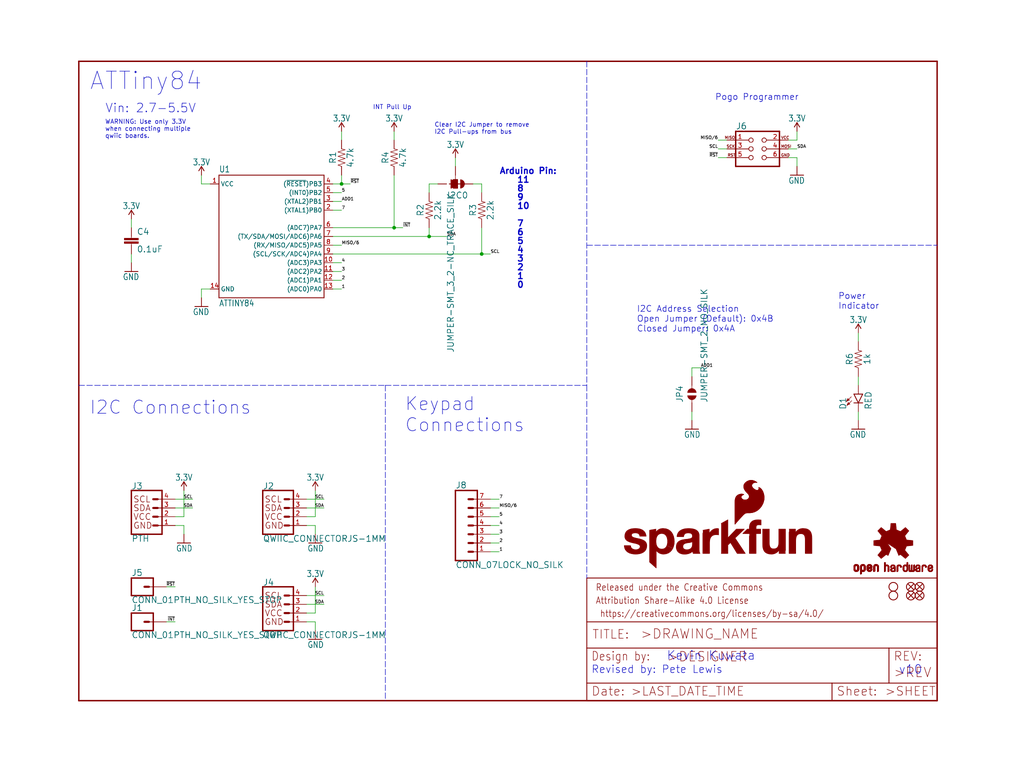
<source format=kicad_sch>
(kicad_sch (version 20211123) (generator eeschema)
  (paper "User" 297.002 223.926)
  (lib_symbols
    (symbol "eagleSchem-eagle-import:0.1UF-0603-25V-(+80{slash}-20%)"
      (property "Reference" "C" (at 1.524 2.921 0))
      (property "Value" "0.1UF-0603-25V-(+80{slash}-20%)" (at 1.524 -2.159 0))
      (symbol "0.1UF-0603-25V-(+80{slash}-20%)_1_0"
        (pin passive line (at 0 5.08 270) (length 2.54) (name "1") (number "1"))
        (pin passive line (at 0 -2.54 90) (length 2.54) (name "2") (number "2"))
      )
    )
    (symbol "eagleSchem-eagle-import:1KOHM-0603-1{slash}10W-1%"
      (property "Reference" "R" (at 0 1.524 0))
      (property "Value" "1KOHM-0603-1{slash}10W-1%" (at 0 -1.524 0))
      (symbol "1KOHM-0603-1{slash}10W-1%_1_0"
        (pin passive line (at -5.08 0 0) (length 2.54) (name "1") (number "1"))
        (pin passive line (at 5.08 0 180) (length 2.54) (name "2") (number "2"))
      )
    )
    (symbol "eagleSchem-eagle-import:2.2KOHM-0603-1{slash}10W-1%"
      (property "Reference" "R" (at 0 1.524 0))
      (property "Value" "2.2KOHM-0603-1{slash}10W-1%" (at 0 -1.524 0))
      (symbol "2.2KOHM-0603-1{slash}10W-1%_1_0"
        (pin passive line (at -5.08 0 0) (length 2.54) (name "1") (number "1"))
        (pin passive line (at 5.08 0 180) (length 2.54) (name "2") (number "2"))
      )
    )
    (symbol "eagleSchem-eagle-import:3.3V" (power)
      (property "Value" "3.3V" (at 0 2.794 0))
      (symbol "3.3V_1_0"
        (pin power_in line (at 0 0 90) (length 2.54) (name "3.3V") (number "1"))
      )
    )
    (symbol "eagleSchem-eagle-import:4.7KOHM-0603-1{slash}10W-1%"
      (property "Reference" "R" (at 0 1.524 0))
      (property "Value" "4.7KOHM-0603-1{slash}10W-1%" (at 0 -1.524 0))
      (symbol "4.7KOHM-0603-1{slash}10W-1%_1_0"
        (pin passive line (at -5.08 0 0) (length 2.54) (name "1") (number "1"))
        (pin passive line (at 5.08 0 180) (length 2.54) (name "2") (number "2"))
      )
    )
    (symbol "eagleSchem-eagle-import:ATTINY84"
      (property "Reference" "U" (at -15.24 18.542 0))
      (property "Value" "ATTINY84" (at -15.24 -20.32 0))
      (symbol "ATTINY84_1_0"
        (pin bidirectional line (at -17.78 15.24 0) (length 2.54) (name "VCC") (number "1"))
        (pin bidirectional line (at 17.78 -7.62 180) (length 2.54) (name "(ADC3)PA3") (number "10"))
        (pin bidirectional line (at 17.78 -10.16 180) (length 2.54) (name "(ADC2)PA2") (number "11"))
        (pin bidirectional line (at 17.78 -12.7 180) (length 2.54) (name "(ADC1)PA1") (number "12"))
        (pin bidirectional line (at 17.78 -15.24 180) (length 2.54) (name "(ADC0)PA0") (number "13"))
        (pin bidirectional line (at -17.78 -15.24 0) (length 2.54) (name "GND") (number "14"))
        (pin bidirectional line (at 17.78 7.62 180) (length 2.54) (name "(XTAL1)PB0") (number "2"))
        (pin bidirectional line (at 17.78 10.16 180) (length 2.54) (name "(XTAL2)PB1") (number "3"))
        (pin bidirectional line (at 17.78 15.24 180) (length 2.54) (name "(~{RESET})PB3") (number "4"))
        (pin bidirectional line (at 17.78 12.7 180) (length 2.54) (name "(INT0)PB2") (number "5"))
        (pin bidirectional line (at 17.78 2.54 180) (length 2.54) (name "(ADC7)PA7") (number "6"))
        (pin bidirectional line (at 17.78 0 180) (length 2.54) (name "(TX/SDA/MOSI/ADC6)PA6") (number "7"))
        (pin bidirectional line (at 17.78 -2.54 180) (length 2.54) (name "(RX/MISO/ADC5)PA5") (number "8"))
        (pin bidirectional line (at 17.78 -5.08 180) (length 2.54) (name "(SCL/SCK/ADC4)PA4") (number "9"))
      )
    )
    (symbol "eagleSchem-eagle-import:AVR_SPI_PROG_3X2TESTPOINTS"
      (property "Reference" "J" (at -5.08 5.588 0))
      (property "Value" "AVR_SPI_PROG_3X2TESTPOINTS" (at -5.08 -7.366 0))
      (symbol "AVR_SPI_PROG_3X2TESTPOINTS_1_0"
        (text "GND" (at 8.001 -2.286 0) (effects (font (size 0.8128 0.8128)) (justify left bottom)))
        (text "MISO" (at -5.207 2.794 0) (effects (font (size 0.8128 0.8128)) (justify right bottom)))
        (text "MOSI" (at 8.001 0.254 0) (effects (font (size 0.8128 0.8128)) (justify left bottom)))
        (text "RST" (at -5.08 -2.286 0) (effects (font (size 0.8128 0.8128)) (justify right bottom)))
        (text "SCK" (at -5.207 0.254 0) (effects (font (size 0.8128 0.8128)) (justify right bottom)))
        (text "VCC" (at 8.001 2.794 0) (effects (font (size 0.8128 0.8128)) (justify left bottom)))
        (pin passive inverted (at -7.62 2.54 0) (length 7.62) (name "1") (number "1"))
        (pin passive inverted (at 10.16 2.54 180) (length 7.62) (name "2") (number "2"))
        (pin passive inverted (at -7.62 0 0) (length 7.62) (name "3") (number "3"))
        (pin passive inverted (at 10.16 0 180) (length 7.62) (name "4") (number "4"))
        (pin passive inverted (at -7.62 -2.54 0) (length 7.62) (name "5") (number "5"))
        (pin passive inverted (at 10.16 -2.54 180) (length 7.62) (name "6") (number "6"))
      )
    )
    (symbol "eagleSchem-eagle-import:CONN_01PTH_NO_SILK_YES_STOP"
      (property "Reference" "J" (at -2.54 3.048 0))
      (property "Value" "CONN_01PTH_NO_SILK_YES_STOP" (at -2.54 -4.826 0))
      (symbol "CONN_01PTH_NO_SILK_YES_STOP_1_0"
        (pin passive line (at 7.62 0 180) (length 5.08) (name "1") (number "1"))
      )
    )
    (symbol "eagleSchem-eagle-import:CONN_07LOCK_NO_SILK"
      (property "Reference" "J" (at -5.08 13.208 0))
      (property "Value" "CONN_07LOCK_NO_SILK" (at -5.08 -9.906 0))
      (symbol "CONN_07LOCK_NO_SILK_1_0"
        (pin passive line (at 5.08 -5.08 180) (length 5.08) (name "1") (number "1"))
        (pin passive line (at 5.08 -2.54 180) (length 5.08) (name "2") (number "2"))
        (pin passive line (at 5.08 0 180) (length 5.08) (name "3") (number "3"))
        (pin passive line (at 5.08 2.54 180) (length 5.08) (name "4") (number "4"))
        (pin passive line (at 5.08 5.08 180) (length 5.08) (name "5") (number "5"))
        (pin passive line (at 5.08 7.62 180) (length 5.08) (name "6") (number "6"))
        (pin passive line (at 5.08 10.16 180) (length 5.08) (name "7") (number "7"))
      )
    )
    (symbol "eagleSchem-eagle-import:FIDUCIALUFIDUCIAL")
    (symbol "eagleSchem-eagle-import:FRAME-LETTER"
      (symbol "FRAME-LETTER_2_0"
        (text " https://creativecommons.org/licenses/by-sa/4.0/" (at 2.54 24.13 0) (effects (font (size 1.9304 1.6408)) (justify left bottom)))
        (text ">DESIGNER" (at 23.114 11.176 0) (effects (font (size 2.7432 2.7432)) (justify left bottom)))
        (text ">DRAWING_NAME" (at 15.494 17.78 0) (effects (font (size 2.7432 2.7432)) (justify left bottom)))
        (text ">LAST_DATE_TIME" (at 12.7 1.27 0) (effects (font (size 2.54 2.54)) (justify left bottom)))
        (text ">REV" (at 88.9 6.604 0) (effects (font (size 2.7432 2.7432)) (justify left bottom)))
        (text ">SHEET" (at 86.36 1.27 0) (effects (font (size 2.54 2.54)) (justify left bottom)))
        (text "Attribution Share-Alike 4.0 License" (at 2.54 27.94 0) (effects (font (size 1.9304 1.6408)) (justify left bottom)))
        (text "Date:" (at 1.27 1.27 0) (effects (font (size 2.54 2.54)) (justify left bottom)))
        (text "Design by:" (at 1.27 11.43 0) (effects (font (size 2.54 2.159)) (justify left bottom)))
        (text "Released under the Creative Commons" (at 2.54 31.75 0) (effects (font (size 1.9304 1.6408)) (justify left bottom)))
        (text "REV:" (at 88.9 11.43 0) (effects (font (size 2.54 2.54)) (justify left bottom)))
        (text "Sheet:" (at 72.39 1.27 0) (effects (font (size 2.54 2.54)) (justify left bottom)))
        (text "TITLE:" (at 1.524 17.78 0) (effects (font (size 2.54 2.54)) (justify left bottom)))
      )
    )
    (symbol "eagleSchem-eagle-import:GND" (power)
      (property "Value" "GND" (at -2.54 -2.54 0))
      (symbol "GND_1_0"
        (pin power_in line (at 0 2.54 270) (length 2.54) (name "GND") (number "1"))
      )
    )
    (symbol "eagleSchem-eagle-import:I2C_STANDARD_NO_SILK"
      (property "Reference" "J" (at -5.08 7.874 0))
      (property "Value" "I2C_STANDARD_NO_SILK" (at -5.08 -5.334 0))
      (symbol "I2C_STANDARD_NO_SILK_1_0"
        (text "GND" (at -4.572 -2.54 0) (effects (font (size 1.778 1.778)) (justify left)))
        (text "SCL" (at -4.572 5.08 0) (effects (font (size 1.778 1.778)) (justify left)))
        (text "SDA" (at -4.572 2.54 0) (effects (font (size 1.778 1.778)) (justify left)))
        (text "VCC" (at -4.572 0 0) (effects (font (size 1.778 1.778)) (justify left)))
        (pin power_in line (at 7.62 -2.54 180) (length 5.08) (name "1") (number "1"))
        (pin power_in line (at 7.62 0 180) (length 5.08) (name "2") (number "2"))
        (pin passive line (at 7.62 2.54 180) (length 5.08) (name "3") (number "3"))
        (pin passive line (at 7.62 5.08 180) (length 5.08) (name "4") (number "4"))
      )
    )
    (symbol "eagleSchem-eagle-import:JUMPER-SMT_2_NO_SILK"
      (property "Reference" "JP" (at -2.54 2.54 0))
      (property "Value" "JUMPER-SMT_2_NO_SILK" (at -2.54 -2.54 0))
      (symbol "JUMPER-SMT_2_NO_SILK_1_0"
        (pin passive line (at -5.08 0 0) (length 2.54) (name "1") (number "1"))
        (pin passive line (at 5.08 0 180) (length 2.54) (name "2") (number "2"))
      )
    )
    (symbol "eagleSchem-eagle-import:JUMPER-SMT_3_2-NC_TRACE_SILK"
      (property "Reference" "JP" (at 2.54 0.381 0))
      (property "Value" "JUMPER-SMT_3_2-NC_TRACE_SILK" (at 2.54 -0.381 0))
      (symbol "JUMPER-SMT_3_2-NC_TRACE_SILK_1_0"
        (pin passive line (at 0 5.08 270) (length 2.54) (name "1") (number "1"))
        (pin passive line (at -5.08 0 0) (length 2.54) (name "2") (number "2"))
        (pin passive line (at 0 -5.08 90) (length 2.54) (name "3") (number "3"))
      )
    )
    (symbol "eagleSchem-eagle-import:LED-RED0603"
      (property "Reference" "D" (at -3.429 -4.572 90))
      (property "Value" "LED-RED0603" (at 1.905 -4.572 90))
      (symbol "LED-RED0603_1_0"
        (pin passive line (at 0 2.54 270) (length 2.54) (name "A") (number "A"))
        (pin passive line (at 0 -5.08 90) (length 2.54) (name "C") (number "C"))
      )
    )
    (symbol "eagleSchem-eagle-import:OSHW-LOGOMINI")
    (symbol "eagleSchem-eagle-import:QWIIC_CONNECTORJS-1MM"
      (property "Reference" "J" (at -5.08 7.874 0))
      (property "Value" "QWIIC_CONNECTORJS-1MM" (at -5.08 -5.334 0))
      (symbol "QWIIC_CONNECTORJS-1MM_1_0"
        (text "GND" (at -4.572 -2.54 0) (effects (font (size 1.778 1.778)) (justify left)))
        (text "SCL" (at -4.572 5.08 0) (effects (font (size 1.778 1.778)) (justify left)))
        (text "SDA" (at -4.572 2.54 0) (effects (font (size 1.778 1.778)) (justify left)))
        (text "VCC" (at -4.572 0 0) (effects (font (size 1.778 1.778)) (justify left)))
        (pin power_in line (at 7.62 -2.54 180) (length 5.08) (name "1") (number "1"))
        (pin power_in line (at 7.62 0 180) (length 5.08) (name "2") (number "2"))
        (pin passive line (at 7.62 2.54 180) (length 5.08) (name "3") (number "3"))
        (pin passive line (at 7.62 5.08 180) (length 5.08) (name "4") (number "4"))
      )
    )
    (symbol "eagleSchem-eagle-import:SFE_LOGO_FLAME.2_INCH")
    (symbol "eagleSchem-eagle-import:SFE_LOGO_NAME_FLAME.1_INCH")
    (symbol "eagleSchem-eagle-import:STAND-OFF")
  )
  (junction (at 114.3 66.04))
  (junction (at 124.46 68.58))
  (junction (at 99.06 53.34))
  (junction (at 139.7 73.66))
  (wire (pts (xy 96.52 83.82) (xy 99.06 83.82)))
  (wire (pts (xy 88.9 180.34) (xy 91.44 180.34)))
  (polyline (pts (xy 170.18 111.76) (xy 170.18 167.64)))
  (wire (pts (xy 200.66 106.68) (xy 203.2 106.68)))
  (polyline (pts (xy 170.18 71.12) (xy 271.78 71.12)))
  (wire (pts (xy 142.24 144.78) (xy 144.78 144.78)))
  (wire (pts (xy 228.6 40.64) (xy 231.14 40.64)))
  (wire (pts (xy 88.9 175.26) (xy 93.98 175.26)))
  (wire (pts (xy 200.66 109.22) (xy 200.66 106.68)))
  (wire (pts (xy 137.16 53.34) (xy 139.7 53.34)))
  (wire (pts (xy 139.7 53.34) (xy 139.7 55.88)))
  (wire (pts (xy 38.1 73.66) (xy 38.1 76.2)))
  (wire (pts (xy 139.7 73.66) (xy 142.24 73.66)))
  (wire (pts (xy 114.3 50.8) (xy 114.3 66.04)))
  (wire (pts (xy 96.52 55.88) (xy 99.06 55.88)))
  (wire (pts (xy 96.52 68.58) (xy 124.46 68.58)))
  (wire (pts (xy 142.24 157.48) (xy 144.78 157.48)))
  (wire (pts (xy 50.8 152.4) (xy 53.34 152.4)))
  (wire (pts (xy 228.6 43.18) (xy 231.14 43.18)))
  (wire (pts (xy 50.8 144.78) (xy 55.88 144.78)))
  (wire (pts (xy 53.34 152.4) (xy 53.34 154.94)))
  (wire (pts (xy 60.96 83.82) (xy 58.42 83.82)))
  (polyline (pts (xy 111.76 111.76) (xy 111.76 203.2)))
  (wire (pts (xy 88.9 172.72) (xy 93.98 172.72)))
  (wire (pts (xy 210.82 45.72) (xy 208.28 45.72)))
  (wire (pts (xy 99.06 40.64) (xy 99.06 38.1)))
  (wire (pts (xy 124.46 66.04) (xy 124.46 68.58)))
  (wire (pts (xy 88.9 152.4) (xy 91.44 152.4)))
  (wire (pts (xy 124.46 53.34) (xy 124.46 55.88)))
  (wire (pts (xy 96.52 76.2) (xy 99.06 76.2)))
  (wire (pts (xy 99.06 53.34) (xy 99.06 50.8)))
  (wire (pts (xy 200.66 119.38) (xy 200.66 121.92)))
  (wire (pts (xy 248.92 109.22) (xy 248.92 111.76)))
  (polyline (pts (xy 22.86 111.76) (xy 111.76 111.76)))
  (wire (pts (xy 91.44 180.34) (xy 91.44 182.88)))
  (polyline (pts (xy 170.18 17.78) (xy 170.18 111.76)))
  (wire (pts (xy 91.44 177.8) (xy 91.44 170.18)))
  (wire (pts (xy 231.14 38.1) (xy 231.14 40.64)))
  (wire (pts (xy 91.44 152.4) (xy 91.44 154.94)))
  (wire (pts (xy 88.9 177.8) (xy 91.44 177.8)))
  (wire (pts (xy 58.42 53.34) (xy 58.42 50.8)))
  (wire (pts (xy 48.26 180.34) (xy 50.8 180.34)))
  (wire (pts (xy 142.24 160.02) (xy 144.78 160.02)))
  (wire (pts (xy 248.92 119.38) (xy 248.92 121.92)))
  (wire (pts (xy 58.42 83.82) (xy 58.42 86.36)))
  (wire (pts (xy 88.9 144.78) (xy 93.98 144.78)))
  (wire (pts (xy 142.24 152.4) (xy 144.78 152.4)))
  (wire (pts (xy 114.3 66.04) (xy 116.84 66.04)))
  (wire (pts (xy 50.8 147.32) (xy 55.88 147.32)))
  (wire (pts (xy 96.52 73.66) (xy 139.7 73.66)))
  (wire (pts (xy 99.06 81.28) (xy 96.52 81.28)))
  (wire (pts (xy 142.24 154.94) (xy 144.78 154.94)))
  (wire (pts (xy 96.52 58.42) (xy 99.06 58.42)))
  (wire (pts (xy 139.7 66.04) (xy 139.7 73.66)))
  (wire (pts (xy 48.26 170.18) (xy 50.8 170.18)))
  (wire (pts (xy 96.52 53.34) (xy 99.06 53.34)))
  (wire (pts (xy 88.9 147.32) (xy 93.98 147.32)))
  (wire (pts (xy 124.46 68.58) (xy 129.54 68.58)))
  (wire (pts (xy 60.96 53.34) (xy 58.42 53.34)))
  (wire (pts (xy 96.52 71.12) (xy 99.06 71.12)))
  (wire (pts (xy 88.9 149.86) (xy 91.44 149.86)))
  (wire (pts (xy 142.24 147.32) (xy 144.78 147.32)))
  (wire (pts (xy 50.8 149.86) (xy 53.34 149.86)))
  (wire (pts (xy 210.82 40.64) (xy 208.28 40.64)))
  (wire (pts (xy 248.92 96.52) (xy 248.92 99.06)))
  (wire (pts (xy 38.1 66.04) (xy 38.1 63.5)))
  (wire (pts (xy 142.24 149.86) (xy 144.78 149.86)))
  (wire (pts (xy 91.44 149.86) (xy 91.44 142.24)))
  (wire (pts (xy 210.82 43.18) (xy 208.28 43.18)))
  (wire (pts (xy 132.08 48.26) (xy 132.08 45.72)))
  (wire (pts (xy 127 53.34) (xy 124.46 53.34)))
  (wire (pts (xy 228.6 45.72) (xy 231.14 45.72)))
  (wire (pts (xy 96.52 60.96) (xy 99.06 60.96)))
  (wire (pts (xy 96.52 78.74) (xy 99.06 78.74)))
  (wire (pts (xy 96.52 66.04) (xy 114.3 66.04)))
  (wire (pts (xy 99.06 53.34) (xy 101.6 53.34)))
  (wire (pts (xy 231.14 45.72) (xy 231.14 48.26)))
  (polyline (pts (xy 111.76 111.76) (xy 170.18 111.76)))
  (wire (pts (xy 114.3 38.1) (xy 114.3 40.64)))
  (wire (pts (xy 53.34 149.86) (xy 53.34 142.24)))
  (text "10" (at 149.86 60.96 180) (effects (font (size 1.778 1.778) (thickness 0.3556) bold) (justify left bottom)))
  (text "5" (at 149.86 71.12 180) (effects (font (size 1.778 1.778) (thickness 0.3556) bold) (justify left bottom)))
  (text "0" (at 149.86 83.82 180) (effects (font (size 1.778 1.778) (thickness 0.3556) bold) (justify left bottom)))
  (text "6" (at 149.86 68.58 180) (effects (font (size 1.778 1.778) (thickness 0.3556) bold) (justify left bottom)))
  (text "Vin: 2.7-5.5V" (at 30.48 33.02 180) (effects (font (size 2.54 2.54)) (justify left bottom)))
  (text "ATTiny84" (at 25.908 26.5938 180) (effects (font (size 5.08 5.08)) (justify left bottom)))
  (text "9" (at 149.86 58.42 180) (effects (font (size 1.778 1.778) (thickness 0.3556) bold) (justify left bottom)))
  (text "Revised by: Pete Lewis" (at 171.45 195.58 180) (effects (font (size 2.1844 2.1844)) (justify left bottom)))
  (text "Keypad\nConnections" (at 117.348 125.6538 180) (effects (font (size 3.81 3.81)) (justify left bottom)))
  (text "11" (at 149.86 53.34 180) (effects (font (size 1.778 1.778) (thickness 0.3556) bold) (justify left bottom)))
  (text "7" (at 149.86 66.04 180) (effects (font (size 1.778 1.778) (thickness 0.3556) bold) (justify left bottom)))
  (text "Clear I2C Jumper to remove\nI2C Pull-ups from bus" (at 125.984 39.116 180) (effects (font (size 1.27 1.27)) (justify left bottom)))
  (text "I2C Connections" (at 25.908 120.5738 180) (effects (font (size 3.81 3.81)) (justify left bottom)))
  (text "8" (at 149.86 55.88 180) (effects (font (size 1.778 1.778) (thickness 0.3556) bold) (justify left bottom)))
  (text "Arduino Pin:" (at 144.78 50.8 180) (effects (font (size 1.778 1.778) (thickness 0.3556) bold) (justify left bottom)))
  (text "Kevin Kuwata" (at 193.294 191.77 180) (effects (font (size 2.54 2.54)) (justify left bottom)))
  (text "2" (at 149.86 78.74 180) (effects (font (size 1.778 1.778) (thickness 0.3556) bold) (justify left bottom)))
  (text "1" (at 149.86 81.28 180) (effects (font (size 1.778 1.778) (thickness 0.3556) bold) (justify left bottom)))
  (text "v10" (at 260.604 195.834 180) (effects (font (size 2.54 2.54)) (justify left bottom)))
  (text "4" (at 149.86 73.66 180) (effects (font (size 1.778 1.778) (thickness 0.3556) bold) (justify left bottom)))
  (text "3" (at 149.86 76.2 180) (effects (font (size 1.778 1.778) (thickness 0.3556) bold) (justify left bottom)))
  (text "Pogo Programmer" (at 207.3656 29.337 180) (effects (font (size 1.778 1.778)) (justify left bottom)))
  (text "WARNING: Use only 3.3V\nwhen connecting multiple\nqwiic boards." (at 30.4546 40.3098 0) (effects (font (size 1.27 1.27)) (justify left bottom)))
  (text "Power\nIndicator" (at 243.078 89.916 180) (effects (font (size 1.778 1.778)) (justify left bottom)))
  (text "I2C Address Selection\nOpen Jumper (Default): 0x4B\nClosed Jumper: 0x4A" (at 184.658 96.52 0) (effects (font (size 1.778 1.778)) (justify left bottom)))
  (text "INT Pull Up" (at 119.38 30.48 180) (effects (font (size 1.27 1.27)) (justify right top)))
  (label "SCL" (at 93.98 144.78 180) (effects (font (size 0.889 0.889))))
  (label "7" (at 99.06 60.96 0) (effects (font (size 0.889 0.889))))
  (label "SDA" (at 231.14 43.18 0) (effects (font (size 0.889 0.889))))
  (label "2" (at 99.06 81.28 0) (effects (font (size 0.889 0.889))))
  (label "~{RST}" (at 208.28 45.72 180) (effects (font (size 0.889 0.889))))
  (label "ADD1" (at 99.06 58.42 0) (effects (font (size 0.889 0.889))))
  (label "~{RST}" (at 50.8 170.18 180) (effects (font (size 0.889 0.889))))
  (label "SDA" (at 93.98 147.32 180) (effects (font (size 0.889 0.889))))
  (label "SDA" (at 93.98 175.26 180) (effects (font (size 0.889 0.889))))
  (label "5" (at 144.78 149.86 0) (effects (font (size 0.889 0.889))))
  (label "SCL" (at 93.98 172.72 180) (effects (font (size 0.889 0.889))))
  (label "3" (at 144.78 154.94 0) (effects (font (size 0.889 0.889))))
  (label "1" (at 99.06 83.82 0) (effects (font (size 0.889 0.889))))
  (label "ADD1" (at 203.2 106.68 0) (effects (font (size 0.889 0.889))))
  (label "4" (at 144.78 152.4 0) (effects (font (size 0.889 0.889))))
  (label "7" (at 144.78 144.78 0) (effects (font (size 0.889 0.889))))
  (label "SDA" (at 55.88 147.32 180) (effects (font (size 0.889 0.889))))
  (label "2" (at 144.78 157.48 0) (effects (font (size 0.889 0.889))))
  (label "SCL" (at 55.88 144.78 180) (effects (font (size 0.889 0.889))))
  (label "MISO/6" (at 144.78 147.32 0) (effects (font (size 0.889 0.889))))
  (label "SCL" (at 208.28 43.18 180) (effects (font (size 0.889 0.889))))
  (label "4" (at 99.06 76.2 0) (effects (font (size 0.889 0.889))))
  (label "3" (at 99.06 78.74 0) (effects (font (size 0.889 0.889))))
  (label "SCL" (at 142.24 73.66 0) (effects (font (size 0.889 0.889))))
  (label "MISO/6" (at 99.06 71.12 0) (effects (font (size 0.889 0.889))))
  (label "1" (at 144.78 160.02 0) (effects (font (size 0.889 0.889))))
  (label "~{INT}" (at 50.8 180.34 180) (effects (font (size 0.889 0.889))))
  (label "5" (at 99.06 55.88 0) (effects (font (size 0.889 0.889))))
  (label "~{INT}" (at 116.84 66.04 0) (effects (font (size 0.889 0.889))))
  (label "MISO/6" (at 208.28 40.64 180) (effects (font (size 0.889 0.889))))
  (label "SDA" (at 129.54 68.58 0) (effects (font (size 0.889 0.889))))
  (label "~{RST}" (at 101.6 53.34 0) (effects (font (size 0.889 0.889))))
  (symbol (lib_id "eagleSchem-eagle-import:FIDUCIALUFIDUCIAL") (at 266.7 170.18 0) (unit 1)
    (property "Reference" "JP1" (effects hide))
    (property "Value" "FIDUCIALUFIDUCIAL" (effects hide))
    (property "Footprint" "eagleSchem:MICRO-FIDUCIAL" (effects hide))
  )
  (symbol (lib_id "eagleSchem-eagle-import:2.2KOHM-0603-1{slash}10W-1%") (at 139.7 60.96 90) (unit 1)
    (property "Reference" "R3" (at 138.176 60.96 0) (effects (font (size 1.778 1.778)) (justify bottom)))
    (property "Value" "2.2k" (at 141.224 60.96 0) (effects (font (size 1.778 1.778)) (justify top)))
    (property "Footprint" "eagleSchem:0603" (effects hide))
  )
  (symbol (lib_id "eagleSchem-eagle-import:GND") (at 38.1 78.74 0) (unit 1)
    (property "Reference" "#GND4" (effects hide))
    (property "Value" "GND" (at 35.56 81.28 0) (effects (font (size 1.778 1.5113)) (justify left bottom)))
    (property "Footprint" "eagleSchem:" (effects hide))
  )
  (symbol (lib_id "eagleSchem-eagle-import:I2C_STANDARD_NO_SILK") (at 43.18 149.86 0) (unit 1)
    (property "Reference" "J3" (at 38.1 141.986 0) (effects (font (size 1.778 1.778)) (justify left bottom)))
    (property "Value" "PTH" (at 38.1 155.194 0) (effects (font (size 1.778 1.778)) (justify left top)))
    (property "Footprint" "eagleSchem:1X04_NO_SILK" (effects hide))
  )
  (symbol (lib_id "eagleSchem-eagle-import:4.7KOHM-0603-1{slash}10W-1%") (at 99.06 45.72 90) (unit 1)
    (property "Reference" "R1" (at 97.536 45.72 0) (effects (font (size 1.778 1.778)) (justify bottom)))
    (property "Value" "4.7k" (at 100.584 45.72 0) (effects (font (size 1.778 1.778)) (justify top)))
    (property "Footprint" "eagleSchem:0603" (effects hide))
  )
  (symbol (lib_id "eagleSchem-eagle-import:2.2KOHM-0603-1{slash}10W-1%") (at 124.46 60.96 90) (unit 1)
    (property "Reference" "R2" (at 122.936 60.96 0) (effects (font (size 1.778 1.778)) (justify bottom)))
    (property "Value" "2.2k" (at 125.984 60.96 0) (effects (font (size 1.778 1.778)) (justify top)))
    (property "Footprint" "eagleSchem:0603" (effects hide))
  )
  (symbol (lib_id "eagleSchem-eagle-import:FRAME-LETTER") (at 22.86 203.2 0) (unit 1)
    (property "Reference" "FRAME1" (effects hide))
    (property "Value" "FRAME-LETTER" (effects hide))
    (property "Footprint" "eagleSchem:CREATIVE_COMMONS" (effects hide))
  )
  (symbol (lib_id "eagleSchem-eagle-import:3.3V") (at 53.34 142.24 0) (mirror y) (unit 1)
    (property "Reference" "#SUPPLY7" (effects hide))
    (property "Value" "3.3V" (at 53.34 139.446 0) (effects (font (size 1.778 1.5113)) (justify bottom)))
    (property "Footprint" "eagleSchem:" (effects hide))
  )
  (symbol (lib_id "eagleSchem-eagle-import:3.3V") (at 248.92 96.52 0) (unit 1)
    (property "Reference" "#SUPPLY11" (effects hide))
    (property "Value" "3.3V" (at 248.92 93.726 0) (effects (font (size 1.778 1.5113)) (justify bottom)))
    (property "Footprint" "eagleSchem:" (effects hide))
  )
  (symbol (lib_id "eagleSchem-eagle-import:OSHW-LOGOMINI") (at 259.08 157.48 0) (unit 1)
    (property "Reference" "LOGO1" (effects hide))
    (property "Value" "OSHW-LOGOMINI" (effects hide))
    (property "Footprint" "eagleSchem:OSHW-LOGO-MINI" (effects hide))
  )
  (symbol (lib_id "eagleSchem-eagle-import:FIDUCIALUFIDUCIAL") (at 264.16 170.18 0) (unit 1)
    (property "Reference" "JP6" (effects hide))
    (property "Value" "FIDUCIALUFIDUCIAL" (effects hide))
    (property "Footprint" "eagleSchem:MICRO-FIDUCIAL" (effects hide))
  )
  (symbol (lib_id "eagleSchem-eagle-import:FRAME-LETTER") (at 170.18 203.2 0) (unit 2)
    (property "Reference" "FRAME1" (effects hide))
    (property "Value" "FRAME-LETTER" (effects hide))
    (property "Footprint" "eagleSchem:CREATIVE_COMMONS" (effects hide))
  )
  (symbol (lib_id "eagleSchem-eagle-import:CONN_01PTH_NO_SILK_YES_STOP") (at 40.64 180.34 0) (unit 1)
    (property "Reference" "J1" (at 38.1 177.292 0) (effects (font (size 1.778 1.778)) (justify left bottom)))
    (property "Value" "CONN_01PTH_NO_SILK_YES_STOP" (at 38.1 185.166 0) (effects (font (size 1.778 1.778)) (justify left bottom)))
    (property "Footprint" "eagleSchem:1X01_NO_SILK" (effects hide))
  )
  (symbol (lib_id "eagleSchem-eagle-import:CONN_07LOCK_NO_SILK") (at 137.16 154.94 0) (unit 1)
    (property "Reference" "J8" (at 132.08 141.732 0) (effects (font (size 1.778 1.778)) (justify left bottom)))
    (property "Value" "CONN_07LOCK_NO_SILK" (at 132.08 164.846 0) (effects (font (size 1.778 1.778)) (justify left bottom)))
    (property "Footprint" "eagleSchem:1X07_LOCK_NO_SILK" (effects hide))
  )
  (symbol (lib_id "eagleSchem-eagle-import:3.3V") (at 91.44 142.24 0) (mirror y) (unit 1)
    (property "Reference" "#SUPPLY4" (effects hide))
    (property "Value" "3.3V" (at 91.44 139.446 0) (effects (font (size 1.778 1.5113)) (justify bottom)))
    (property "Footprint" "eagleSchem:" (effects hide))
  )
  (symbol (lib_id "eagleSchem-eagle-import:3.3V") (at 114.3 38.1 0) (unit 1)
    (property "Reference" "#SUPPLY3" (effects hide))
    (property "Value" "3.3V" (at 114.3 35.306 0) (effects (font (size 1.778 1.5113)) (justify bottom)))
    (property "Footprint" "eagleSchem:" (effects hide))
  )
  (symbol (lib_id "eagleSchem-eagle-import:STAND-OFF") (at 259.08 170.18 0) (unit 1)
    (property "Reference" "H1" (effects hide))
    (property "Value" "STAND-OFF" (effects hide))
    (property "Footprint" "eagleSchem:STAND-OFF" (effects hide))
  )
  (symbol (lib_id "eagleSchem-eagle-import:1KOHM-0603-1{slash}10W-1%") (at 248.92 104.14 90) (unit 1)
    (property "Reference" "R6" (at 247.396 104.14 0) (effects (font (size 1.778 1.778)) (justify bottom)))
    (property "Value" "1k" (at 250.444 104.14 0) (effects (font (size 1.778 1.778)) (justify top)))
    (property "Footprint" "eagleSchem:0603" (effects hide))
  )
  (symbol (lib_id "eagleSchem-eagle-import:QWIIC_CONNECTORJS-1MM") (at 81.28 149.86 0) (unit 1)
    (property "Reference" "J2" (at 76.2 141.986 0) (effects (font (size 1.778 1.778)) (justify left bottom)))
    (property "Value" "QWIIC_CONNECTORJS-1MM" (at 76.2 155.194 0) (effects (font (size 1.778 1.778)) (justify left top)))
    (property "Footprint" "eagleSchem:JST04_1MM_RA" (effects hide))
  )
  (symbol (lib_id "eagleSchem-eagle-import:SFE_LOGO_NAME_FLAME.1_INCH") (at 180.34 165.1 0) (unit 1)
    (property "Reference" "LOGO2" (effects hide))
    (property "Value" "SFE_LOGO_NAME_FLAME.1_INCH" (effects hide))
    (property "Footprint" "eagleSchem:SFE_LOGO_NAME_FLAME_.1" (effects hide))
  )
  (symbol (lib_id "eagleSchem-eagle-import:GND") (at 91.44 185.42 0) (mirror y) (unit 1)
    (property "Reference" "#GND8" (effects hide))
    (property "Value" "GND" (at 93.98 187.96 0) (effects (font (size 1.778 1.5113)) (justify left bottom)))
    (property "Footprint" "eagleSchem:" (effects hide))
  )
  (symbol (lib_id "eagleSchem-eagle-import:GND") (at 58.42 88.9 0) (unit 1)
    (property "Reference" "#GND1" (effects hide))
    (property "Value" "GND" (at 55.88 91.44 0) (effects (font (size 1.778 1.5113)) (justify left bottom)))
    (property "Footprint" "eagleSchem:" (effects hide))
  )
  (symbol (lib_id "eagleSchem-eagle-import:JUMPER-SMT_2_NO_SILK") (at 200.66 114.3 90) (unit 1)
    (property "Reference" "JP4" (at 198.12 116.84 0) (effects (font (size 1.778 1.778)) (justify left bottom)))
    (property "Value" "JUMPER-SMT_2_NO_SILK" (at 203.2 116.84 0) (effects (font (size 1.778 1.778)) (justify left top)))
    (property "Footprint" "eagleSchem:SMT-JUMPER_2_NO_SILK" (effects hide))
  )
  (symbol (lib_id "eagleSchem-eagle-import:FIDUCIALUFIDUCIAL") (at 264.16 172.72 0) (unit 1)
    (property "Reference" "JP2" (effects hide))
    (property "Value" "FIDUCIALUFIDUCIAL" (effects hide))
    (property "Footprint" "eagleSchem:MICRO-FIDUCIAL" (effects hide))
  )
  (symbol (lib_id "eagleSchem-eagle-import:3.3V") (at 132.08 45.72 0) (unit 1)
    (property "Reference" "#SUPPLY1" (effects hide))
    (property "Value" "3.3V" (at 132.08 42.926 0) (effects (font (size 1.778 1.5113)) (justify bottom)))
    (property "Footprint" "eagleSchem:" (effects hide))
  )
  (symbol (lib_id "eagleSchem-eagle-import:GND") (at 231.14 50.8 0) (unit 1)
    (property "Reference" "#GND5" (effects hide))
    (property "Value" "GND" (at 228.6 53.34 0) (effects (font (size 1.778 1.5113)) (justify left bottom)))
    (property "Footprint" "eagleSchem:" (effects hide))
  )
  (symbol (lib_id "eagleSchem-eagle-import:STAND-OFF") (at 259.08 172.72 0) (unit 1)
    (property "Reference" "H2" (effects hide))
    (property "Value" "STAND-OFF" (effects hide))
    (property "Footprint" "eagleSchem:STAND-OFF" (effects hide))
  )
  (symbol (lib_id "eagleSchem-eagle-import:AVR_SPI_PROG_3X2TESTPOINTS") (at 218.44 43.18 0) (unit 1)
    (property "Reference" "J6" (at 213.36 37.592 0) (effects (font (size 1.778 1.778)) (justify left bottom)))
    (property "Value" "AVR_SPI_PROG_3X2TESTPOINTS" (effects hide))
    (property "Footprint" "eagleSchem:2X3_TEST_POINTS" (effects hide))
  )
  (symbol (lib_id "eagleSchem-eagle-import:3.3V") (at 91.44 170.18 0) (mirror y) (unit 1)
    (property "Reference" "#SUPPLY8" (effects hide))
    (property "Value" "3.3V" (at 91.44 167.386 0) (effects (font (size 1.778 1.5113)) (justify bottom)))
    (property "Footprint" "eagleSchem:" (effects hide))
  )
  (symbol (lib_id "eagleSchem-eagle-import:ATTINY84") (at 78.74 68.58 0) (unit 1)
    (property "Reference" "U1" (at 63.5 50.038 0) (effects (font (size 1.778 1.5113)) (justify left bottom)))
    (property "Value" "ATTINY84" (at 63.5 88.9 0) (effects (font (size 1.778 1.5113)) (justify left bottom)))
    (property "Footprint" "eagleSchem:SO14" (effects hide))
  )
  (symbol (lib_id "eagleSchem-eagle-import:0.1UF-0603-25V-(+80{slash}-20%)") (at 38.1 71.12 0) (unit 1)
    (property "Reference" "C4" (at 39.624 68.199 0) (effects (font (size 1.778 1.778)) (justify left bottom)))
    (property "Value" "0.1uF" (at 39.624 73.279 0) (effects (font (size 1.778 1.778)) (justify left bottom)))
    (property "Footprint" "eagleSchem:0603" (effects hide))
  )
  (symbol (lib_id "eagleSchem-eagle-import:QWIIC_CONNECTORJS-1MM") (at 81.28 177.8 0) (unit 1)
    (property "Reference" "J4" (at 76.2 169.926 0) (effects (font (size 1.778 1.778)) (justify left bottom)))
    (property "Value" "QWIIC_CONNECTORJS-1MM" (at 76.2 183.134 0) (effects (font (size 1.778 1.778)) (justify left top)))
    (property "Footprint" "eagleSchem:JST04_1MM_RA" (effects hide))
  )
  (symbol (lib_id "eagleSchem-eagle-import:GND") (at 91.44 157.48 0) (mirror y) (unit 1)
    (property "Reference" "#GND6" (effects hide))
    (property "Value" "GND" (at 93.98 160.02 0) (effects (font (size 1.778 1.5113)) (justify left bottom)))
    (property "Footprint" "eagleSchem:" (effects hide))
  )
  (symbol (lib_id "eagleSchem-eagle-import:3.3V") (at 99.06 38.1 0) (unit 1)
    (property "Reference" "#SUPPLY9" (effects hide))
    (property "Value" "3.3V" (at 99.06 35.306 0) (effects (font (size 1.778 1.5113)) (justify bottom)))
    (property "Footprint" "eagleSchem:" (effects hide))
  )
  (symbol (lib_id "eagleSchem-eagle-import:GND") (at 53.34 157.48 0) (mirror y) (unit 1)
    (property "Reference" "#GND7" (effects hide))
    (property "Value" "GND" (at 55.88 160.02 0) (effects (font (size 1.778 1.5113)) (justify left bottom)))
    (property "Footprint" "eagleSchem:" (effects hide))
  )
  (symbol (lib_id "eagleSchem-eagle-import:4.7KOHM-0603-1{slash}10W-1%") (at 114.3 45.72 90) (unit 1)
    (property "Reference" "R4" (at 112.776 45.72 0) (effects (font (size 1.778 1.778)) (justify bottom)))
    (property "Value" "4.7k" (at 115.824 45.72 0) (effects (font (size 1.778 1.778)) (justify top)))
    (property "Footprint" "eagleSchem:0603" (effects hide))
  )
  (symbol (lib_id "eagleSchem-eagle-import:JUMPER-SMT_3_2-NC_TRACE_SILK") (at 132.08 53.34 270) (unit 1)
    (property "Reference" "I2C0" (at 129.54 57.658 90) (effects (font (size 1.778 1.778)) (justify left bottom)))
    (property "Value" "JUMPER-SMT_3_2-NC_TRACE_SILK" (at 131.699 55.88 0) (effects (font (size 1.778 1.778)) (justify left top)))
    (property "Footprint" "eagleSchem:SMT-JUMPER_3_2-NC_TRACE_SILK" (effects hide))
  )
  (symbol (lib_id "eagleSchem-eagle-import:SFE_LOGO_FLAME.2_INCH") (at 212.8012 152.527 0) (unit 1)
    (property "Reference" "LOGO3" (effects hide))
    (property "Value" "SFE_LOGO_FLAME.2_INCH" (effects hide))
    (property "Footprint" "eagleSchem:SFE_LOGO_FLAME_.2" (effects hide))
  )
  (symbol (lib_id "eagleSchem-eagle-import:3.3V") (at 58.42 50.8 0) (unit 1)
    (property "Reference" "#SUPPLY2" (effects hide))
    (property "Value" "3.3V" (at 58.42 48.006 0) (effects (font (size 1.778 1.5113)) (justify bottom)))
    (property "Footprint" "eagleSchem:" (effects hide))
  )
  (symbol (lib_id "eagleSchem-eagle-import:3.3V") (at 38.1 63.5 0) (unit 1)
    (property "Reference" "#SUPPLY5" (effects hide))
    (property "Value" "3.3V" (at 38.1 60.706 0) (effects (font (size 1.778 1.5113)) (justify bottom)))
    (property "Footprint" "eagleSchem:" (effects hide))
  )
  (symbol (lib_id "eagleSchem-eagle-import:CONN_01PTH_NO_SILK_YES_STOP") (at 40.64 170.18 0) (unit 1)
    (property "Reference" "J5" (at 38.1 167.132 0) (effects (font (size 1.778 1.778)) (justify left bottom)))
    (property "Value" "CONN_01PTH_NO_SILK_YES_STOP" (at 38.1 175.006 0) (effects (font (size 1.778 1.778)) (justify left bottom)))
    (property "Footprint" "eagleSchem:1X01_NO_SILK" (effects hide))
  )
  (symbol (lib_id "eagleSchem-eagle-import:FIDUCIALUFIDUCIAL") (at 266.7 172.72 0) (unit 1)
    (property "Reference" "JP3" (effects hide))
    (property "Value" "FIDUCIALUFIDUCIAL" (effects hide))
    (property "Footprint" "eagleSchem:MICRO-FIDUCIAL" (effects hide))
  )
  (symbol (lib_id "eagleSchem-eagle-import:GND") (at 200.66 124.46 0) (mirror y) (unit 1)
    (property "Reference" "#GND2" (effects hide))
    (property "Value" "GND" (at 203.2 127 0) (effects (font (size 1.778 1.5113)) (justify left bottom)))
    (property "Footprint" "eagleSchem:" (effects hide))
  )
  (symbol (lib_id "eagleSchem-eagle-import:GND") (at 248.92 124.46 0) (unit 1)
    (property "Reference" "#GND9" (effects hide))
    (property "Value" "GND" (at 246.38 127 0) (effects (font (size 1.778 1.5113)) (justify left bottom)))
    (property "Footprint" "eagleSchem:" (effects hide))
  )
  (symbol (lib_id "eagleSchem-eagle-import:LED-RED0603") (at 248.92 114.3 0) (unit 1)
    (property "Reference" "D1" (at 245.491 118.872 90) (effects (font (size 1.778 1.778)) (justify left bottom)))
    (property "Value" "RED" (at 250.825 118.872 90) (effects (font (size 1.778 1.778)) (justify left top)))
    (property "Footprint" "eagleSchem:LED-0603" (effects hide))
  )
  (symbol (lib_id "eagleSchem-eagle-import:3.3V") (at 231.14 38.1 0) (unit 1)
    (property "Reference" "#SUPPLY10" (effects hide))
    (property "Value" "3.3V" (at 231.14 35.306 0) (effects (font (size 1.778 1.5113)) (justify bottom)))
    (property "Footprint" "eagleSchem:" (effects hide))
  )
)
</source>
